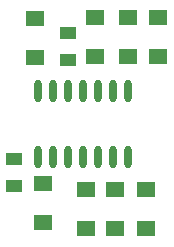
<source format=gtp>
G04*
G04 #@! TF.GenerationSoftware,Altium Limited,Altium Designer,24.9.1 (31)*
G04*
G04 Layer_Color=8421504*
%FSLAX44Y44*%
%MOMM*%
G71*
G04*
G04 #@! TF.SameCoordinates,199308C6-6F5E-48ED-9931-2BF6940419F3*
G04*
G04*
G04 #@! TF.FilePolarity,Positive*
G04*
G01*
G75*
%ADD12O,0.6096X1.8796*%
G04:AMPARAMS|DCode=13|XSize=1.27mm|YSize=1.6002mm|CornerRadius=0.0064mm|HoleSize=0mm|Usage=FLASHONLY|Rotation=90.000|XOffset=0mm|YOffset=0mm|HoleType=Round|Shape=RoundedRectangle|*
%AMROUNDEDRECTD13*
21,1,1.2700,1.5875,0,0,90.0*
21,1,1.2573,1.6002,0,0,90.0*
1,1,0.0127,0.7938,0.6287*
1,1,0.0127,0.7938,-0.6287*
1,1,0.0127,-0.7938,-0.6287*
1,1,0.0127,-0.7938,0.6287*
%
%ADD13ROUNDEDRECTD13*%
G04:AMPARAMS|DCode=14|XSize=1.0922mm|YSize=1.2954mm|CornerRadius=0.0055mm|HoleSize=0mm|Usage=FLASHONLY|Rotation=270.000|XOffset=0mm|YOffset=0mm|HoleType=Round|Shape=RoundedRectangle|*
%AMROUNDEDRECTD14*
21,1,1.0922,1.2845,0,0,270.0*
21,1,1.0813,1.2954,0,0,270.0*
1,1,0.0109,-0.6422,-0.5406*
1,1,0.0109,-0.6422,0.5406*
1,1,0.0109,0.6422,0.5406*
1,1,0.0109,0.6422,-0.5406*
%
%ADD14ROUNDEDRECTD14*%
D12*
X209550Y101600D02*
D03*
X196850D02*
D03*
X184150D02*
D03*
X171450D02*
D03*
X158750D02*
D03*
X146050D02*
D03*
X133350D02*
D03*
Y157480D02*
D03*
X146050D02*
D03*
X158750D02*
D03*
X171450D02*
D03*
X184150D02*
D03*
X196850D02*
D03*
X209550D02*
D03*
D13*
X234950Y219710D02*
D03*
Y186690D02*
D03*
X198120Y73660D02*
D03*
Y40640D02*
D03*
X209550Y186690D02*
D03*
Y219710D02*
D03*
X181610Y186690D02*
D03*
Y219710D02*
D03*
X224790Y73660D02*
D03*
Y40640D02*
D03*
X137160Y78740D02*
D03*
Y45720D02*
D03*
X173990Y40640D02*
D03*
Y73660D02*
D03*
X130810Y218440D02*
D03*
Y185420D02*
D03*
D14*
X113030Y100330D02*
D03*
Y77470D02*
D03*
X158750Y207010D02*
D03*
Y184150D02*
D03*
M02*

</source>
